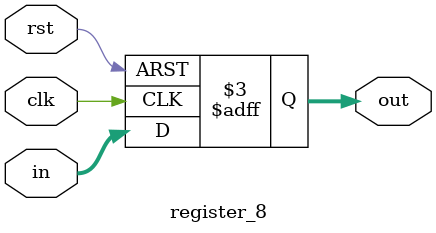
<source format=v>
`timescale 1ps/1ps

module register_8 (rst, clk, in, out);

	input rst,clk;
	input [7:0] in;
	output [7:0] out;
	reg [7:0] out;
	
	always @ (negedge rst or posedge clk) begin
	
		if(rst == 0)begin
			out <= #1 8'b00000000;
		end else begin
			out <= #1 in;
		end
	end

endmodule

</source>
